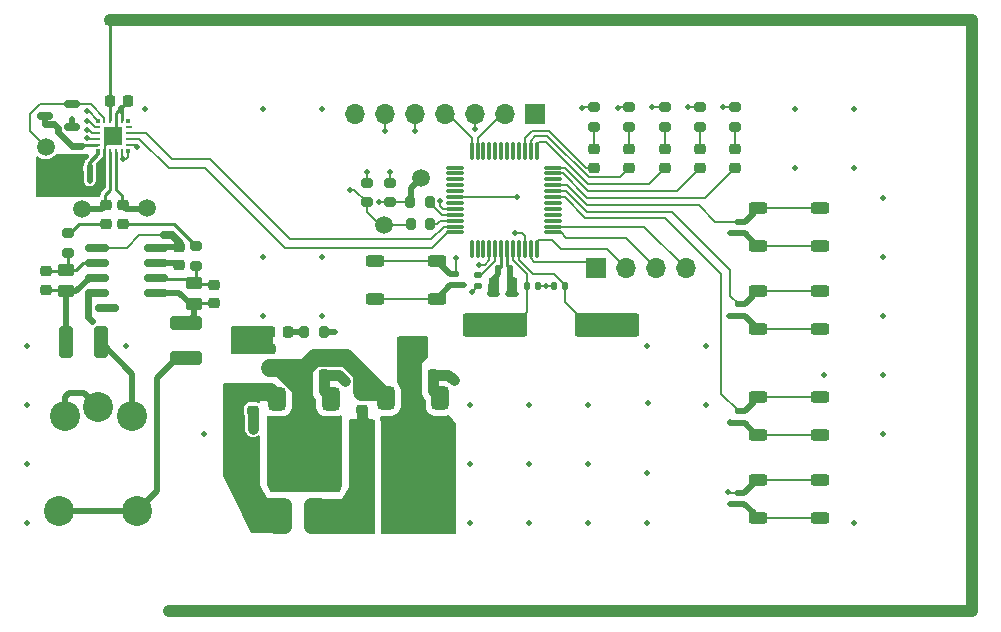
<source format=gtl>
G04 #@! TF.GenerationSoftware,KiCad,Pcbnew,9.0.0*
G04 #@! TF.CreationDate,2025-08-07T23:08:42-07:00*
G04 #@! TF.ProjectId,pocket_radio_v3,706f636b-6574-45f7-9261-64696f5f7633,rev?*
G04 #@! TF.SameCoordinates,Original*
G04 #@! TF.FileFunction,Copper,L1,Top*
G04 #@! TF.FilePolarity,Positive*
%FSLAX46Y46*%
G04 Gerber Fmt 4.6, Leading zero omitted, Abs format (unit mm)*
G04 Created by KiCad (PCBNEW 9.0.0) date 2025-08-07 23:08:42*
%MOMM*%
%LPD*%
G01*
G04 APERTURE LIST*
G04 Aperture macros list*
%AMRoundRect*
0 Rectangle with rounded corners*
0 $1 Rounding radius*
0 $2 $3 $4 $5 $6 $7 $8 $9 X,Y pos of 4 corners*
0 Add a 4 corners polygon primitive as box body*
4,1,4,$2,$3,$4,$5,$6,$7,$8,$9,$2,$3,0*
0 Add four circle primitives for the rounded corners*
1,1,$1+$1,$2,$3*
1,1,$1+$1,$4,$5*
1,1,$1+$1,$6,$7*
1,1,$1+$1,$8,$9*
0 Add four rect primitives between the rounded corners*
20,1,$1+$1,$2,$3,$4,$5,0*
20,1,$1+$1,$4,$5,$6,$7,0*
20,1,$1+$1,$6,$7,$8,$9,0*
20,1,$1+$1,$8,$9,$2,$3,0*%
G04 Aperture macros list end*
G04 #@! TA.AperFunction,EtchedComponent*
%ADD10C,1.000000*%
G04 #@! TD*
G04 #@! TA.AperFunction,SMDPad,CuDef*
%ADD11RoundRect,0.500000X-2.000000X-0.000010X2.000000X-0.000010X2.000000X0.000010X-2.000000X0.000010X0*%
G04 #@! TD*
G04 #@! TA.AperFunction,SMDPad,CuDef*
%ADD12RoundRect,0.200000X-0.200000X-0.275000X0.200000X-0.275000X0.200000X0.275000X-0.200000X0.275000X0*%
G04 #@! TD*
G04 #@! TA.AperFunction,SMDPad,CuDef*
%ADD13RoundRect,0.200000X0.275000X-0.200000X0.275000X0.200000X-0.275000X0.200000X-0.275000X-0.200000X0*%
G04 #@! TD*
G04 #@! TA.AperFunction,SMDPad,CuDef*
%ADD14RoundRect,0.140000X-0.170000X0.140000X-0.170000X-0.140000X0.170000X-0.140000X0.170000X0.140000X0*%
G04 #@! TD*
G04 #@! TA.AperFunction,ComponentPad*
%ADD15R,1.700000X1.700000*%
G04 #@! TD*
G04 #@! TA.AperFunction,ComponentPad*
%ADD16O,1.700000X1.700000*%
G04 #@! TD*
G04 #@! TA.AperFunction,SMDPad,CuDef*
%ADD17RoundRect,0.150000X0.825000X0.150000X-0.825000X0.150000X-0.825000X-0.150000X0.825000X-0.150000X0*%
G04 #@! TD*
G04 #@! TA.AperFunction,SMDPad,CuDef*
%ADD18RoundRect,0.250000X0.325000X1.100000X-0.325000X1.100000X-0.325000X-1.100000X0.325000X-1.100000X0*%
G04 #@! TD*
G04 #@! TA.AperFunction,SMDPad,CuDef*
%ADD19RoundRect,0.150000X0.512500X0.150000X-0.512500X0.150000X-0.512500X-0.150000X0.512500X-0.150000X0*%
G04 #@! TD*
G04 #@! TA.AperFunction,SMDPad,CuDef*
%ADD20RoundRect,0.200000X-0.275000X0.200000X-0.275000X-0.200000X0.275000X-0.200000X0.275000X0.200000X0*%
G04 #@! TD*
G04 #@! TA.AperFunction,SMDPad,CuDef*
%ADD21RoundRect,0.500000X-0.500000X-1.000000X0.500000X-1.000000X0.500000X1.000000X-0.500000X1.000000X0*%
G04 #@! TD*
G04 #@! TA.AperFunction,SMDPad,CuDef*
%ADD22RoundRect,0.300000X2.450000X0.700000X-2.450000X0.700000X-2.450000X-0.700000X2.450000X-0.700000X0*%
G04 #@! TD*
G04 #@! TA.AperFunction,SMDPad,CuDef*
%ADD23RoundRect,0.140000X-0.140000X-0.170000X0.140000X-0.170000X0.140000X0.170000X-0.140000X0.170000X0*%
G04 #@! TD*
G04 #@! TA.AperFunction,SMDPad,CuDef*
%ADD24RoundRect,0.250000X-0.525000X-0.250000X0.525000X-0.250000X0.525000X0.250000X-0.525000X0.250000X0*%
G04 #@! TD*
G04 #@! TA.AperFunction,SMDPad,CuDef*
%ADD25RoundRect,0.218750X-0.256250X0.218750X-0.256250X-0.218750X0.256250X-0.218750X0.256250X0.218750X0*%
G04 #@! TD*
G04 #@! TA.AperFunction,SMDPad,CuDef*
%ADD26RoundRect,0.250000X0.450000X-0.262500X0.450000X0.262500X-0.450000X0.262500X-0.450000X-0.262500X0*%
G04 #@! TD*
G04 #@! TA.AperFunction,SMDPad,CuDef*
%ADD27RoundRect,0.250000X0.525000X0.250000X-0.525000X0.250000X-0.525000X-0.250000X0.525000X-0.250000X0*%
G04 #@! TD*
G04 #@! TA.AperFunction,SMDPad,CuDef*
%ADD28R,0.340000X0.340000*%
G04 #@! TD*
G04 #@! TA.AperFunction,SMDPad,CuDef*
%ADD29R,0.280000X0.610000*%
G04 #@! TD*
G04 #@! TA.AperFunction,SMDPad,CuDef*
%ADD30R,0.610000X0.280000*%
G04 #@! TD*
G04 #@! TA.AperFunction,SMDPad,CuDef*
%ADD31R,1.600000X1.600000*%
G04 #@! TD*
G04 #@! TA.AperFunction,SMDPad,CuDef*
%ADD32RoundRect,0.250000X1.100000X-0.325000X1.100000X0.325000X-1.100000X0.325000X-1.100000X-0.325000X0*%
G04 #@! TD*
G04 #@! TA.AperFunction,SMDPad,CuDef*
%ADD33RoundRect,0.218750X0.256250X-0.218750X0.256250X0.218750X-0.256250X0.218750X-0.256250X-0.218750X0*%
G04 #@! TD*
G04 #@! TA.AperFunction,SMDPad,CuDef*
%ADD34RoundRect,0.225000X-0.250000X0.225000X-0.250000X-0.225000X0.250000X-0.225000X0.250000X0.225000X0*%
G04 #@! TD*
G04 #@! TA.AperFunction,SMDPad,CuDef*
%ADD35RoundRect,0.375000X-0.375000X0.625000X-0.375000X-0.625000X0.375000X-0.625000X0.375000X0.625000X0*%
G04 #@! TD*
G04 #@! TA.AperFunction,SMDPad,CuDef*
%ADD36RoundRect,0.500000X-1.400000X0.500000X-1.400000X-0.500000X1.400000X-0.500000X1.400000X0.500000X0*%
G04 #@! TD*
G04 #@! TA.AperFunction,SMDPad,CuDef*
%ADD37RoundRect,0.225000X-0.225000X-0.250000X0.225000X-0.250000X0.225000X0.250000X-0.225000X0.250000X0*%
G04 #@! TD*
G04 #@! TA.AperFunction,SMDPad,CuDef*
%ADD38RoundRect,0.225000X0.250000X-0.225000X0.250000X0.225000X-0.250000X0.225000X-0.250000X-0.225000X0*%
G04 #@! TD*
G04 #@! TA.AperFunction,SMDPad,CuDef*
%ADD39RoundRect,0.218750X-0.218750X-0.256250X0.218750X-0.256250X0.218750X0.256250X-0.218750X0.256250X0*%
G04 #@! TD*
G04 #@! TA.AperFunction,SMDPad,CuDef*
%ADD40C,1.500000*%
G04 #@! TD*
G04 #@! TA.AperFunction,ComponentPad*
%ADD41C,2.540000*%
G04 #@! TD*
G04 #@! TA.AperFunction,SMDPad,CuDef*
%ADD42RoundRect,0.140000X0.140000X0.170000X-0.140000X0.170000X-0.140000X-0.170000X0.140000X-0.170000X0*%
G04 #@! TD*
G04 #@! TA.AperFunction,SMDPad,CuDef*
%ADD43RoundRect,0.200000X0.200000X0.275000X-0.200000X0.275000X-0.200000X-0.275000X0.200000X-0.275000X0*%
G04 #@! TD*
G04 #@! TA.AperFunction,ComponentPad*
%ADD44C,1.500000*%
G04 #@! TD*
G04 #@! TA.AperFunction,SMDPad,CuDef*
%ADD45RoundRect,0.075000X0.075000X-0.662500X0.075000X0.662500X-0.075000X0.662500X-0.075000X-0.662500X0*%
G04 #@! TD*
G04 #@! TA.AperFunction,SMDPad,CuDef*
%ADD46RoundRect,0.075000X0.662500X-0.075000X0.662500X0.075000X-0.662500X0.075000X-0.662500X-0.075000X0*%
G04 #@! TD*
G04 #@! TA.AperFunction,ViaPad*
%ADD47C,0.500000*%
G04 #@! TD*
G04 #@! TA.AperFunction,Conductor*
%ADD48C,0.203200*%
G04 #@! TD*
G04 #@! TA.AperFunction,Conductor*
%ADD49C,0.280000*%
G04 #@! TD*
G04 #@! TA.AperFunction,Conductor*
%ADD50C,0.500000*%
G04 #@! TD*
G04 #@! TA.AperFunction,Conductor*
%ADD51C,0.600000*%
G04 #@! TD*
G04 #@! TA.AperFunction,Conductor*
%ADD52C,0.508000*%
G04 #@! TD*
G04 #@! TA.AperFunction,Conductor*
%ADD53C,0.340000*%
G04 #@! TD*
G04 #@! TA.AperFunction,Conductor*
%ADD54C,0.900000*%
G04 #@! TD*
G04 #@! TA.AperFunction,Conductor*
%ADD55C,0.295000*%
G04 #@! TD*
G04 #@! TA.AperFunction,Conductor*
%ADD56C,0.200000*%
G04 #@! TD*
G04 #@! TA.AperFunction,Conductor*
%ADD57C,0.279400*%
G04 #@! TD*
G04 #@! TA.AperFunction,Conductor*
%ADD58C,0.700000*%
G04 #@! TD*
G04 #@! TA.AperFunction,Conductor*
%ADD59C,1.500000*%
G04 #@! TD*
G04 APERTURE END LIST*
D10*
X113500000Y-67468095D02*
X182500000Y-67468095D01*
X182500000Y-67468095D02*
X182500000Y-117468095D01*
X182500000Y-117468095D02*
X114500000Y-117468095D01*
D11*
X111500000Y-67468095D03*
D12*
X135000000Y-84693095D03*
X136650000Y-84693095D03*
D13*
X106020000Y-87118095D03*
X106020000Y-85468095D03*
D14*
X162800000Y-107438095D03*
X162800000Y-108398095D03*
D15*
X145500000Y-75368095D03*
D16*
X142960000Y-75368095D03*
X140420000Y-75368095D03*
X137880000Y-75368095D03*
X135340000Y-75368095D03*
X132800000Y-75368095D03*
X130260000Y-75368095D03*
D17*
X113400000Y-90508095D03*
X113400000Y-89238095D03*
X113400000Y-87968095D03*
X113400000Y-86698095D03*
X108450000Y-86698095D03*
X108450000Y-87968095D03*
X108450000Y-89238095D03*
X108450000Y-90508095D03*
D18*
X108750000Y-94718095D03*
X105800000Y-94718095D03*
D14*
X162800000Y-100563095D03*
X162800000Y-101523095D03*
D19*
X106300000Y-76468095D03*
X106300000Y-74568095D03*
X104025000Y-75518095D03*
D20*
X159500000Y-74818095D03*
X159500000Y-76468095D03*
D21*
X123975000Y-109393095D03*
X126975000Y-109393095D03*
D22*
X151600000Y-93218095D03*
X142100000Y-93218095D03*
D23*
X147120000Y-89968095D03*
X148080000Y-89968095D03*
D13*
X116850000Y-88218095D03*
X116850000Y-86568095D03*
D24*
X164375000Y-106368095D03*
X169625000Y-106368095D03*
X164375000Y-109568095D03*
X169625000Y-109568095D03*
D15*
X150660000Y-88418095D03*
D16*
X153200000Y-88418095D03*
X155740000Y-88418095D03*
X158280000Y-88418095D03*
D25*
X162500000Y-78355595D03*
X162500000Y-79930595D03*
D26*
X116625000Y-91480595D03*
X116625000Y-89655595D03*
D27*
X137194811Y-91007826D03*
X131944811Y-91007826D03*
X137194811Y-87807826D03*
X131944811Y-87807826D03*
D13*
X131300000Y-82868095D03*
X131300000Y-81218095D03*
D26*
X105795000Y-90380595D03*
X105795000Y-88555595D03*
D28*
X111080000Y-75998095D03*
D29*
X110560000Y-75918095D03*
X110060000Y-75918095D03*
X109560000Y-75918095D03*
X109060000Y-75918095D03*
D28*
X108540000Y-75998095D03*
D30*
X108460000Y-76518095D03*
X108460000Y-77018095D03*
X108460000Y-77518095D03*
X108460000Y-78018095D03*
D28*
X108540000Y-78538095D03*
D29*
X109060000Y-78618095D03*
X109560000Y-78618095D03*
X110060000Y-78618095D03*
X110560000Y-78618095D03*
D28*
X111080000Y-78538095D03*
D30*
X111160000Y-78018095D03*
X111160000Y-77518095D03*
X111160000Y-77018095D03*
X111160000Y-76518095D03*
D31*
X109810000Y-77268095D03*
D20*
X156500000Y-74818095D03*
X156500000Y-76468095D03*
D25*
X159500000Y-78355595D03*
X159500000Y-79930595D03*
D32*
X116000000Y-96068095D03*
X116000000Y-93118095D03*
D20*
X162500000Y-74818095D03*
X162500000Y-76468095D03*
D25*
X153500000Y-78355595D03*
X153500000Y-79930595D03*
D14*
X140675000Y-89018095D03*
X140675000Y-89978095D03*
D33*
X123075000Y-96893095D03*
X123075000Y-95318095D03*
D34*
X130861633Y-98908240D03*
X130861633Y-100458240D03*
D35*
X137511633Y-99458240D03*
X135211633Y-99458240D03*
D36*
X135211633Y-105758240D03*
D35*
X132911633Y-99458240D03*
D37*
X142025000Y-89693095D03*
X143575000Y-89693095D03*
D38*
X110644782Y-84669224D03*
X110644782Y-83119224D03*
X104095000Y-90255595D03*
X104095000Y-88705595D03*
D14*
X162800000Y-91508095D03*
X162800000Y-92468095D03*
D24*
X164375000Y-99368095D03*
X169625000Y-99368095D03*
X164375000Y-102568095D03*
X169625000Y-102568095D03*
D34*
X121650000Y-98943095D03*
X121650000Y-100493095D03*
D39*
X109525000Y-74268095D03*
X111100000Y-74268095D03*
D20*
X150500000Y-74818095D03*
X150500000Y-76468095D03*
D38*
X118350000Y-91393095D03*
X118350000Y-89843095D03*
D14*
X138744811Y-88902826D03*
X138744811Y-89862826D03*
D24*
X164375000Y-83343095D03*
X169625000Y-83343095D03*
X164375000Y-86543095D03*
X169625000Y-86543095D03*
D23*
X142420000Y-88493095D03*
X143380000Y-88493095D03*
D14*
X162800000Y-84493095D03*
X162800000Y-85453095D03*
D40*
X132750000Y-84818095D03*
D25*
X150500000Y-78355595D03*
X150500000Y-79930595D03*
D24*
X164375000Y-90368095D03*
X169625000Y-90368095D03*
X164375000Y-93568095D03*
X169625000Y-93568095D03*
D25*
X156500000Y-78355595D03*
X156500000Y-79930595D03*
D41*
X108550000Y-100193095D03*
X105700000Y-100993095D03*
X111400000Y-100993095D03*
X105250000Y-108993095D03*
X111850000Y-108993095D03*
D13*
X133250000Y-82868095D03*
X133250000Y-81218095D03*
D42*
X145805000Y-89968095D03*
X144845000Y-89968095D03*
D40*
X107175000Y-83443095D03*
D37*
X135311633Y-97458240D03*
X136861633Y-97458240D03*
X126100000Y-97468095D03*
X127650000Y-97468095D03*
D40*
X112650000Y-83368095D03*
D14*
X107130000Y-78108095D03*
X107130000Y-79068095D03*
D40*
X135850000Y-80843095D03*
D23*
X107650000Y-91793095D03*
X108610000Y-91793095D03*
D35*
X128275000Y-99493095D03*
X125975000Y-99493095D03*
D36*
X125975000Y-105793095D03*
D35*
X123675000Y-99493095D03*
D42*
X108785000Y-79968095D03*
X107825000Y-79968095D03*
D43*
X127625000Y-93843095D03*
X125975000Y-93843095D03*
D12*
X134975000Y-82818095D03*
X136625000Y-82818095D03*
D44*
X104100000Y-78193095D03*
X104100000Y-80733095D03*
D38*
X115350000Y-88168095D03*
X115350000Y-86618095D03*
D20*
X153500000Y-74818095D03*
X153500000Y-76468095D03*
D45*
X140162500Y-86830595D03*
X140662500Y-86830595D03*
X141162500Y-86830595D03*
X141662500Y-86830595D03*
X142162500Y-86830595D03*
X142662500Y-86830595D03*
X143162500Y-86830595D03*
X143662500Y-86830595D03*
X144162500Y-86830595D03*
X144662500Y-86830595D03*
X145162500Y-86830595D03*
X145662500Y-86830595D03*
D46*
X147075000Y-85418095D03*
X147075000Y-84918095D03*
X147075000Y-84418095D03*
X147075000Y-83918095D03*
X147075000Y-83418095D03*
X147075000Y-82918095D03*
X147075000Y-82418095D03*
X147075000Y-81918095D03*
X147075000Y-81418095D03*
X147075000Y-80918095D03*
X147075000Y-80418095D03*
X147075000Y-79918095D03*
D45*
X145662500Y-78505595D03*
X145162500Y-78505595D03*
X144662500Y-78505595D03*
X144162500Y-78505595D03*
X143662500Y-78505595D03*
X143162500Y-78505595D03*
X142662500Y-78505595D03*
X142162500Y-78505595D03*
X141662500Y-78505595D03*
X141162500Y-78505595D03*
X140662500Y-78505595D03*
X140162500Y-78505595D03*
D46*
X138750000Y-79918095D03*
X138750000Y-80418095D03*
X138750000Y-80918095D03*
X138750000Y-81418095D03*
X138750000Y-81918095D03*
X138750000Y-82418095D03*
X138750000Y-82918095D03*
X138750000Y-83418095D03*
X138750000Y-83918095D03*
X138750000Y-84418095D03*
X138750000Y-84918095D03*
X138750000Y-85418095D03*
D38*
X109169782Y-84669224D03*
X109169782Y-83119224D03*
D37*
X123050000Y-93843095D03*
X124600000Y-93843095D03*
D47*
X172500000Y-80000000D03*
X167500000Y-80000000D03*
X170000000Y-97500000D03*
X160000000Y-100000000D03*
X160000000Y-95000000D03*
X155000000Y-95000000D03*
X155050000Y-105743095D03*
X150000000Y-100000000D03*
X145000000Y-100000000D03*
X140000000Y-100000000D03*
X140000000Y-105000000D03*
X145000000Y-105000000D03*
X150000000Y-105000000D03*
X110925000Y-95000000D03*
X122500000Y-92500000D03*
X127500000Y-92500000D03*
X127500000Y-87500000D03*
X122500000Y-87500000D03*
X112500000Y-75000000D03*
X122500000Y-75000000D03*
X127500000Y-75000000D03*
X167500000Y-75000000D03*
X172500000Y-75000000D03*
X175000000Y-82500000D03*
X175000000Y-87500000D03*
X175000000Y-92500000D03*
X175000000Y-97500000D03*
X175000000Y-102500000D03*
X172500000Y-110000000D03*
X155130993Y-99869007D03*
X155000000Y-110000000D03*
X150000000Y-110000000D03*
X145000000Y-110000000D03*
X140000000Y-110000000D03*
X117500000Y-102500000D03*
X102500000Y-110000000D03*
X102500000Y-105000000D03*
X102500000Y-100000000D03*
X102500000Y-95000000D03*
X161450000Y-74820623D03*
X158475000Y-74820623D03*
X155475000Y-74820623D03*
X152525000Y-74845623D03*
X149525000Y-74845623D03*
X108076000Y-92969095D03*
X107825000Y-81018095D03*
X120500000Y-95018095D03*
X107650000Y-92543095D03*
X121500000Y-94018095D03*
X121500000Y-95018095D03*
X120500000Y-94018095D03*
X128775000Y-97468095D03*
X143900000Y-90618095D03*
X109975000Y-91793095D03*
X110660000Y-79228095D03*
X162000000Y-101493095D03*
X106070000Y-98988095D03*
X129350000Y-108475000D03*
X138700000Y-97943095D03*
X138000000Y-97443095D03*
X106290000Y-75818095D03*
X106275000Y-81718095D03*
X135350000Y-76843095D03*
X129475000Y-97968095D03*
X140425000Y-76643095D03*
X114130000Y-85643095D03*
X130325000Y-108475000D03*
X106980000Y-98988095D03*
X130350000Y-109475000D03*
X108800000Y-80919695D03*
X131350000Y-109475000D03*
X105250000Y-80968095D03*
X128575000Y-93843095D03*
X162000000Y-85468095D03*
X140175000Y-90478095D03*
X143275000Y-90618095D03*
X105250000Y-81718095D03*
X139530269Y-89862826D03*
X162025000Y-108393095D03*
X132800000Y-76843095D03*
X106475000Y-79068095D03*
X131250000Y-101593095D03*
X109330000Y-91793095D03*
X130600000Y-101593095D03*
X114775000Y-85643095D03*
X131350000Y-108475000D03*
X129350000Y-110475000D03*
X146450000Y-89968095D03*
X130350000Y-110475000D03*
X121650000Y-102018095D03*
X110500000Y-74838895D03*
X129350000Y-109475000D03*
X161975000Y-92468095D03*
X131350000Y-110475000D03*
X121650000Y-101393095D03*
X106250000Y-80993095D03*
X108809000Y-81520623D03*
X141725000Y-90618095D03*
X104000000Y-76268095D03*
X134675000Y-95893095D03*
X104800000Y-76268095D03*
X131300000Y-80318095D03*
X134675000Y-94893095D03*
X140800000Y-88143095D03*
X135675000Y-95893095D03*
X142325000Y-90618095D03*
X133250000Y-80318095D03*
X135675000Y-94893095D03*
X138825000Y-87568095D03*
X143825000Y-85468095D03*
X107616889Y-77420623D03*
X111805000Y-78143095D03*
X132350000Y-82843095D03*
X107600000Y-76020623D03*
X129900000Y-81830695D03*
X107600000Y-76720623D03*
X144000000Y-82418095D03*
X161900000Y-107418095D03*
X107630000Y-75138095D03*
X137525000Y-82793095D03*
D48*
X159500000Y-74818095D02*
X158477528Y-74818095D01*
X158477528Y-74818095D02*
X158475000Y-74820623D01*
X161452528Y-74818095D02*
X161450000Y-74820623D01*
X162500000Y-74818095D02*
X161452528Y-74818095D01*
X162500000Y-78355595D02*
X162500000Y-76468095D01*
X159500000Y-78355595D02*
X159500000Y-76468095D01*
X155477528Y-74818095D02*
X155475000Y-74820623D01*
X156500000Y-74818095D02*
X155477528Y-74818095D01*
X156500000Y-78355595D02*
X156500000Y-76468095D01*
X152552528Y-74818095D02*
X152525000Y-74845623D01*
X153500000Y-74818095D02*
X152552528Y-74818095D01*
X153500000Y-78355595D02*
X153500000Y-76468095D01*
X149552528Y-74818095D02*
X149525000Y-74845623D01*
X150500000Y-74818095D02*
X149552528Y-74818095D01*
X150500000Y-78355595D02*
X150500000Y-76468095D01*
D49*
X110400000Y-75145623D02*
X110550000Y-75295623D01*
X110222472Y-75145623D02*
X110400000Y-75145623D01*
X110211236Y-75156859D02*
X110222472Y-75145623D01*
X110560000Y-75195623D02*
X110560000Y-75320623D01*
X110560000Y-75918095D02*
X110560000Y-75195623D01*
X110211236Y-75156859D02*
X111100000Y-74268095D01*
X110560000Y-75195623D02*
X110560000Y-74898895D01*
X110060000Y-75308095D02*
X110211236Y-75156859D01*
X110560000Y-74898895D02*
X110500000Y-74838895D01*
D48*
X114497472Y-79993095D02*
X112022472Y-77518095D01*
X117625000Y-79993095D02*
X114497472Y-79993095D01*
X124400000Y-86768095D02*
X117625000Y-79993095D01*
X136825000Y-86768095D02*
X124400000Y-86768095D01*
X138175000Y-85418095D02*
X136825000Y-86768095D01*
X138750000Y-85418095D02*
X138175000Y-85418095D01*
X112022472Y-77518095D02*
X111160000Y-77518095D01*
X124800000Y-85993095D02*
X136750000Y-85993095D01*
X114800000Y-79193095D02*
X118000000Y-79193095D01*
X112627528Y-77020623D02*
X114800000Y-79193095D01*
X111162528Y-77020623D02*
X112627528Y-77020623D01*
X136750000Y-85993095D02*
X137825000Y-84918095D01*
X137825000Y-84918095D02*
X138750000Y-84918095D01*
X111160000Y-77018095D02*
X111162528Y-77020623D01*
X118000000Y-79193095D02*
X124800000Y-85993095D01*
X108275000Y-76518095D02*
X108460000Y-76518095D01*
X107777528Y-76020623D02*
X108275000Y-76518095D01*
X107600000Y-76020623D02*
X107777528Y-76020623D01*
X107995856Y-77018095D02*
X108460000Y-77018095D01*
X107700000Y-76720623D02*
X107845784Y-76866407D01*
X107845784Y-76866407D02*
X107845784Y-76868023D01*
X107600000Y-76720623D02*
X107700000Y-76720623D01*
X107845784Y-76868023D02*
X107995856Y-77018095D01*
X107681589Y-77518095D02*
X108460000Y-77518095D01*
X107616889Y-77453395D02*
X107681589Y-77518095D01*
X107616889Y-77420623D02*
X107616889Y-77453395D01*
D50*
X108809000Y-79992095D02*
X108785000Y-79968095D01*
X108809000Y-81520623D02*
X108809000Y-79992095D01*
D51*
X107650000Y-92543095D02*
X108040499Y-92933594D01*
D48*
X153215000Y-85893095D02*
X155740000Y-88418095D01*
X148175000Y-85893095D02*
X153215000Y-85893095D01*
X147700000Y-85418095D02*
X148175000Y-85893095D01*
X147075000Y-85418095D02*
X147700000Y-85418095D01*
X154780000Y-84918095D02*
X158280000Y-88418095D01*
X147075000Y-84918095D02*
X154780000Y-84918095D01*
X161300000Y-99093095D02*
X162770000Y-100563095D01*
X156575000Y-84168095D02*
X161300000Y-88893095D01*
X149800000Y-84168095D02*
X156575000Y-84168095D01*
X161300000Y-88893095D02*
X161300000Y-99093095D01*
X148050000Y-82418095D02*
X149800000Y-84168095D01*
X147075000Y-82418095D02*
X148050000Y-82418095D01*
D52*
X113500000Y-97768095D02*
X113500000Y-107343095D01*
X115200000Y-96068095D02*
X113500000Y-97768095D01*
X116000000Y-96068095D02*
X115200000Y-96068095D01*
X113500000Y-107343095D02*
X111850000Y-108993095D01*
D49*
X109525000Y-74268095D02*
X109560000Y-74303095D01*
X109525000Y-74268095D02*
X109525000Y-67693095D01*
X109525000Y-67693095D02*
X109750000Y-67468095D01*
X109750000Y-67468095D02*
X111500000Y-67468095D01*
X109560000Y-74303095D02*
X109560000Y-75918095D01*
D50*
X124600000Y-93843095D02*
X125975000Y-93843095D01*
X123050000Y-95293095D02*
X123050000Y-93843095D01*
D53*
X107825000Y-79518095D02*
X108540000Y-78803095D01*
D51*
X107900000Y-90508095D02*
X108450000Y-90508095D01*
X107650000Y-90758095D02*
X107900000Y-90508095D01*
D53*
X108540000Y-78803095D02*
X108540000Y-78538095D01*
D50*
X123075000Y-95318095D02*
X123050000Y-95293095D01*
D53*
X107825000Y-79968095D02*
X107825000Y-79518095D01*
D50*
X107825000Y-81018095D02*
X107825000Y-79968095D01*
D51*
X107650000Y-92543095D02*
X107650000Y-90758095D01*
D54*
X138685633Y-97935042D02*
X138685633Y-97943095D01*
D49*
X110060000Y-75918095D02*
X110060000Y-77018095D01*
D50*
X106290000Y-75818095D02*
X106300000Y-75828095D01*
X163255000Y-108398095D02*
X164050000Y-109193095D01*
X143275000Y-90618095D02*
X143900000Y-90618095D01*
D48*
X132800000Y-76843095D02*
X132800000Y-75368095D01*
D55*
X143380000Y-88493095D02*
X143158500Y-88271595D01*
D50*
X164050000Y-93230595D02*
X164050000Y-93568095D01*
X162015000Y-85453095D02*
X162800000Y-85453095D01*
X137210269Y-91007826D02*
X138355269Y-89862826D01*
D56*
X109100000Y-78108095D02*
X109810000Y-77398095D01*
D49*
X110060000Y-77018095D02*
X109810000Y-77268095D01*
D48*
X135350000Y-75378095D02*
X135340000Y-75368095D01*
D50*
X128575000Y-93843095D02*
X127625000Y-93843095D01*
X143380000Y-89498095D02*
X143380000Y-88493095D01*
X107130000Y-79068095D02*
X106475000Y-79068095D01*
D54*
X121650000Y-101393095D02*
X121650000Y-102018095D01*
D52*
X106070000Y-98988095D02*
X107345000Y-98988095D01*
D50*
X143275000Y-90593095D02*
X143375000Y-90493095D01*
D54*
X138000000Y-97443095D02*
X137984855Y-97458240D01*
D50*
X162800000Y-101523095D02*
X163280000Y-101523095D01*
D48*
X164050000Y-109568095D02*
X164375000Y-109568095D01*
X146450000Y-89968095D02*
X147120000Y-89968095D01*
D50*
X138355269Y-89862826D02*
X138744811Y-89862826D01*
D56*
X109060000Y-78618095D02*
X109100000Y-78578095D01*
D48*
X164375000Y-86543095D02*
X169625000Y-86543095D01*
D50*
X161975000Y-92468095D02*
X162800000Y-92468095D01*
D48*
X110970000Y-86698095D02*
X112020000Y-85648095D01*
X105250000Y-80968095D02*
X105015000Y-80733095D01*
D50*
X143825000Y-90618095D02*
X143775000Y-90568095D01*
D55*
X143158500Y-88271595D02*
X143158500Y-87673093D01*
D54*
X138000000Y-97443095D02*
X138193686Y-97443095D01*
X130861633Y-101204728D02*
X130861633Y-100458240D01*
D50*
X162800000Y-85453095D02*
X163285000Y-85453095D01*
X162030000Y-101523095D02*
X162800000Y-101523095D01*
D48*
X146450000Y-89968095D02*
X145805000Y-89968095D01*
D50*
X143375000Y-90493095D02*
X143375000Y-89918095D01*
X143775000Y-90568095D02*
X143775000Y-89893095D01*
D57*
X109016538Y-79048795D02*
X109016539Y-79048795D01*
D50*
X164025000Y-102268095D02*
X164025000Y-102568095D01*
D56*
X109100000Y-78578095D02*
X109100000Y-78108095D01*
D48*
X140175000Y-90478095D02*
X140675000Y-89978095D01*
D57*
X109016539Y-79048795D02*
X108775000Y-79290333D01*
D50*
X137194811Y-91007826D02*
X137210269Y-91007826D01*
D57*
X109060000Y-79005335D02*
X109016540Y-79048795D01*
D54*
X131250000Y-101593095D02*
X130600000Y-101593095D01*
D55*
X143161000Y-86832095D02*
X143162500Y-86830595D01*
D48*
X105015000Y-80733095D02*
X104100000Y-80733095D01*
D52*
X105700000Y-99358095D02*
X105700000Y-100993095D01*
D48*
X112020000Y-85648095D02*
X114125000Y-85648095D01*
D57*
X108775000Y-79290333D02*
X108775000Y-79958095D01*
X108775000Y-79958095D02*
X108785000Y-79968095D01*
D58*
X115350000Y-86618095D02*
X115350000Y-86218095D01*
D50*
X163285000Y-85453095D02*
X164025000Y-86193095D01*
D48*
X110880000Y-79238095D02*
X111080000Y-79038095D01*
D49*
X110060000Y-75918095D02*
X110060000Y-75308095D01*
D48*
X164050000Y-93568095D02*
X164375000Y-93568095D01*
D57*
X109060000Y-78618095D02*
X109060000Y-79005335D01*
D50*
X143375000Y-89918095D02*
X143575000Y-89718095D01*
D48*
X111080000Y-79038095D02*
X111080000Y-78538095D01*
X131944811Y-91007826D02*
X137194811Y-91007826D01*
X140425000Y-76643095D02*
X140425000Y-75373095D01*
D56*
X109810000Y-77398095D02*
X109810000Y-77268095D01*
D50*
X162800000Y-108398095D02*
X163255000Y-108398095D01*
X115350000Y-86618095D02*
X115280000Y-86688095D01*
X162800000Y-92468095D02*
X163287500Y-92468095D01*
D48*
X164375000Y-93568095D02*
X169625000Y-93568095D01*
D50*
X143275000Y-90618095D02*
X143275000Y-90593095D01*
X106300000Y-75828095D02*
X106300000Y-76468095D01*
D48*
X110660000Y-79228095D02*
X110670000Y-79238095D01*
X164025000Y-102568095D02*
X164375000Y-102568095D01*
D50*
X162025000Y-108393095D02*
X162030000Y-108398095D01*
D54*
X136861633Y-97458240D02*
X136861633Y-98808240D01*
D50*
X143575000Y-89693095D02*
X143380000Y-89498095D01*
D58*
X109975000Y-91793095D02*
X108610000Y-91793095D01*
D48*
X110670000Y-79238095D02*
X110880000Y-79238095D01*
D54*
X129460633Y-97960042D02*
X129460633Y-97968095D01*
D55*
X143158500Y-87673093D02*
X143161000Y-87670593D01*
D50*
X162030000Y-108398095D02*
X162800000Y-108398095D01*
D54*
X138193686Y-97443095D02*
X138685633Y-97935042D01*
D48*
X164375000Y-109568095D02*
X169625000Y-109568095D01*
D54*
X131250000Y-101593095D02*
X130861633Y-101204728D01*
D50*
X162000000Y-85468095D02*
X162015000Y-85453095D01*
X113410000Y-86688095D02*
X113400000Y-86698095D01*
D54*
X128775000Y-97468095D02*
X128968686Y-97468095D01*
D57*
X109016540Y-79048795D02*
X109016538Y-79048795D01*
D54*
X128775000Y-97468095D02*
X127650000Y-97468095D01*
D48*
X108450000Y-86698095D02*
X110970000Y-86698095D01*
X114125000Y-85648095D02*
X114130000Y-85643095D01*
D54*
X128968686Y-97468095D02*
X129460633Y-97960042D01*
D52*
X106070000Y-98988095D02*
X105700000Y-99358095D01*
D48*
X110570000Y-79228095D02*
X110560000Y-79218095D01*
D54*
X136861633Y-98808240D02*
X137511633Y-99458240D01*
D58*
X115350000Y-86218095D02*
X114775000Y-85643095D01*
D55*
X143161000Y-87670593D02*
X143161000Y-86832095D01*
D48*
X164375000Y-102568095D02*
X169625000Y-102568095D01*
D54*
X136890145Y-97458240D02*
X136875000Y-97443095D01*
D48*
X110660000Y-79228095D02*
X110570000Y-79228095D01*
D54*
X127650000Y-97468095D02*
X127650000Y-98868095D01*
X127650000Y-98868095D02*
X128275000Y-99493095D01*
D50*
X163287500Y-92468095D02*
X164050000Y-93230595D01*
X143775000Y-89893095D02*
X143575000Y-89693095D01*
X143575000Y-89718095D02*
X143575000Y-89693095D01*
D54*
X130600000Y-101593095D02*
X130861633Y-101331462D01*
D48*
X140425000Y-75373095D02*
X140420000Y-75368095D01*
X135350000Y-76843095D02*
X135350000Y-75378095D01*
D50*
X163280000Y-101523095D02*
X164025000Y-102268095D01*
D58*
X114775000Y-85643095D02*
X114130000Y-85643095D01*
D50*
X143900000Y-90618095D02*
X143825000Y-90618095D01*
D54*
X130861633Y-101331462D02*
X130861633Y-100458240D01*
X137984855Y-97458240D02*
X136890145Y-97458240D01*
D50*
X162000000Y-101493095D02*
X162030000Y-101523095D01*
X164050000Y-109193095D02*
X164050000Y-109568095D01*
D48*
X164025000Y-86543095D02*
X164375000Y-86543095D01*
D50*
X139530269Y-89862826D02*
X138744811Y-89862826D01*
D54*
X121650000Y-100493095D02*
X121650000Y-101393095D01*
D48*
X110560000Y-79218095D02*
X110560000Y-78618095D01*
D50*
X164025000Y-86193095D02*
X164025000Y-86543095D01*
X115280000Y-86688095D02*
X113410000Y-86688095D01*
D52*
X107345000Y-98988095D02*
X108550000Y-100193095D01*
D59*
X123125000Y-98943095D02*
X123675000Y-99493095D01*
X121650000Y-98943095D02*
X123125000Y-98943095D01*
X126931650Y-96042095D02*
X129524000Y-96042095D01*
X123950000Y-96893095D02*
X123075000Y-96893095D01*
X129524000Y-96042095D02*
X130861633Y-97379728D01*
X125975000Y-99493095D02*
X125975000Y-98918095D01*
X125869350Y-96893095D02*
X125975000Y-96998745D01*
X132911633Y-99429728D02*
X130890145Y-97408240D01*
X123075000Y-96893095D02*
X125869350Y-96893095D01*
X125975000Y-99493095D02*
X125975000Y-96998745D01*
X132911633Y-99458240D02*
X132911633Y-99429728D01*
X130861633Y-98908240D02*
X132361633Y-98908240D01*
X130861633Y-97379728D02*
X130861633Y-98908240D01*
X132361633Y-98908240D02*
X132911633Y-99458240D01*
X130890145Y-97408240D02*
X130861633Y-97408240D01*
X125975000Y-96998745D02*
X126931650Y-96042095D01*
X125975000Y-98918095D02*
X123950000Y-96893095D01*
D48*
X133250000Y-80318095D02*
X133250000Y-81218095D01*
D51*
X105136500Y-76604595D02*
X104800000Y-76268095D01*
D50*
X141825000Y-89893095D02*
X142025000Y-89693095D01*
X104000000Y-75543095D02*
X104025000Y-75518095D01*
D55*
X142662500Y-87830595D02*
X142662500Y-87467643D01*
D50*
X104000000Y-76268095D02*
X104000000Y-75543095D01*
D48*
X141253374Y-88143095D02*
X141662500Y-87733969D01*
D50*
X141725000Y-90618095D02*
X141725000Y-90593095D01*
D48*
X140800000Y-88143095D02*
X141253374Y-88143095D01*
D50*
X141725000Y-90593095D02*
X141825000Y-90493095D01*
D55*
X142450000Y-88493095D02*
X142662500Y-88280595D01*
D51*
X104800000Y-76268095D02*
X104000000Y-76268095D01*
D50*
X142425000Y-88498095D02*
X142420000Y-88493095D01*
D55*
X142662500Y-87878543D02*
X142662500Y-87830595D01*
D50*
X141725000Y-90618095D02*
X142325000Y-90618095D01*
D51*
X106352690Y-78108095D02*
X105136500Y-76891905D01*
D48*
X141662500Y-87733969D02*
X141662500Y-86830595D01*
D55*
X142662500Y-88066145D02*
X142662500Y-87878543D01*
D51*
X107130000Y-78108095D02*
X106352690Y-78108095D01*
D55*
X142662500Y-88280595D02*
X142662500Y-88066145D01*
D50*
X142025000Y-89743095D02*
X142225000Y-89943095D01*
X142025000Y-89318095D02*
X142425000Y-88918095D01*
D48*
X131300000Y-80318095D02*
X131300000Y-81218095D01*
D55*
X142420000Y-88493095D02*
X142450000Y-88493095D01*
D59*
X135211633Y-99458240D02*
X135211633Y-97558240D01*
D57*
X107220000Y-78018095D02*
X107130000Y-78108095D01*
X108460000Y-78018095D02*
X107220000Y-78018095D01*
D55*
X142662500Y-87467643D02*
X142662500Y-86830595D01*
D50*
X141825000Y-90493095D02*
X141825000Y-89893095D01*
X142225000Y-89943095D02*
X142225000Y-90518095D01*
D51*
X105136500Y-76891905D02*
X105136500Y-76604595D01*
D50*
X142025000Y-89693095D02*
X142025000Y-89743095D01*
X142225000Y-90518095D02*
X142325000Y-90618095D01*
X142425000Y-88918095D02*
X142425000Y-88498095D01*
X142025000Y-89693095D02*
X142025000Y-89318095D01*
D48*
X138825000Y-87568095D02*
X138825000Y-88822637D01*
X144400000Y-85468095D02*
X144662500Y-85730595D01*
X138825000Y-88822637D02*
X138744811Y-88902826D01*
D50*
X138334731Y-88902826D02*
X138744811Y-88902826D01*
X137194811Y-87807826D02*
X137239731Y-87807826D01*
X137239731Y-87807826D02*
X138334731Y-88902826D01*
D48*
X144662500Y-85730595D02*
X144662500Y-86830595D01*
X131944811Y-87807826D02*
X137194811Y-87807826D01*
X143825000Y-85468095D02*
X144400000Y-85468095D01*
D52*
X113400000Y-90508095D02*
X115415000Y-90508095D01*
X116387500Y-91480595D02*
X116625000Y-91480595D01*
D57*
X118325000Y-91368095D02*
X116737500Y-91368095D01*
X116737500Y-91368095D02*
X116625000Y-91480595D01*
X118350000Y-91393095D02*
X118325000Y-91368095D01*
D52*
X115415000Y-90508095D02*
X116387500Y-91480595D01*
X116625000Y-91480595D02*
X116625000Y-92493095D01*
X116625000Y-92493095D02*
X116000000Y-93118095D01*
D48*
X142162500Y-86830595D02*
X142162500Y-87805595D01*
X142162500Y-87805595D02*
X140950000Y-89018095D01*
X140950000Y-89018095D02*
X140675000Y-89018095D01*
D57*
X109120000Y-83069442D02*
X109169782Y-83119224D01*
D50*
X109169782Y-83119224D02*
X108845911Y-83443095D01*
D57*
X109560000Y-78618095D02*
X109560000Y-81818095D01*
X109120000Y-82258095D02*
X109120000Y-83069442D01*
X109560000Y-81818095D02*
X109120000Y-82258095D01*
D50*
X108845911Y-83443095D02*
X107175000Y-83443095D01*
D57*
X106120000Y-85468095D02*
X106020000Y-85468095D01*
X109169782Y-84669224D02*
X106918871Y-84669224D01*
X106918871Y-84669224D02*
X106120000Y-85468095D01*
X110580000Y-82298095D02*
X110580000Y-83054442D01*
X110060000Y-78618095D02*
X110060000Y-81778095D01*
X110580000Y-83054442D02*
X110644782Y-83119224D01*
X110060000Y-81778095D02*
X110580000Y-82298095D01*
D50*
X110918653Y-83393095D02*
X112625000Y-83393095D01*
X110644782Y-83119224D02*
X110918653Y-83393095D01*
X112625000Y-83393095D02*
X112650000Y-83368095D01*
D57*
X114951129Y-84669224D02*
X116850000Y-86568095D01*
X110644782Y-84669224D02*
X114951129Y-84669224D01*
D52*
X111400000Y-97368095D02*
X111400000Y-100993095D01*
X108750000Y-94718095D02*
X111400000Y-97368095D01*
D48*
X143662500Y-87780595D02*
X144845000Y-88963095D01*
X143800000Y-93218095D02*
X142100000Y-93218095D01*
X144845000Y-89968095D02*
X144845000Y-92173095D01*
X144845000Y-88963095D02*
X144845000Y-89968095D01*
X143662500Y-86830595D02*
X143662500Y-87780595D01*
X144845000Y-92173095D02*
X143800000Y-93218095D01*
D52*
X111850000Y-108993095D02*
X105250000Y-108993095D01*
X105795000Y-90380595D02*
X106707500Y-90380595D01*
D57*
X105670000Y-90255595D02*
X105795000Y-90380595D01*
D52*
X107850000Y-89238095D02*
X108450000Y-89238095D01*
X105795000Y-94713095D02*
X105800000Y-94718095D01*
X106707500Y-90380595D02*
X107850000Y-89238095D01*
X105795000Y-90380595D02*
X105795000Y-94713095D01*
D57*
X104095000Y-90255595D02*
X105670000Y-90255595D01*
D50*
X113400000Y-87968095D02*
X115150000Y-87968095D01*
X115150000Y-87968095D02*
X115350000Y-88168095D01*
D48*
X148080000Y-89968095D02*
X148080000Y-91298095D01*
X145375000Y-88918095D02*
X147137500Y-88918095D01*
X148080000Y-91298095D02*
X150000000Y-93218095D01*
X147137500Y-88918095D02*
X148080000Y-89860595D01*
X150000000Y-93218095D02*
X151600000Y-93218095D01*
X144162500Y-87705595D02*
X145375000Y-88918095D01*
X144162500Y-86830595D02*
X144162500Y-87705595D01*
X148080000Y-89860595D02*
X148080000Y-89968095D01*
X111160000Y-78018095D02*
X111680000Y-78018095D01*
X111680000Y-78018095D02*
X111805000Y-78143095D01*
X147862500Y-80418095D02*
X149912500Y-82468095D01*
X147075000Y-80418095D02*
X147862500Y-80418095D01*
X159962500Y-82468095D02*
X162500000Y-79930595D01*
X149912500Y-82468095D02*
X159962500Y-82468095D01*
X157537500Y-81893095D02*
X159500000Y-79930595D01*
X148025000Y-79918095D02*
X150000000Y-81893095D01*
X150000000Y-81893095D02*
X157537500Y-81893095D01*
X147075000Y-79918095D02*
X148025000Y-79918095D01*
X150050000Y-81293095D02*
X150075000Y-81293095D01*
X145662500Y-77905595D02*
X145850000Y-77718095D01*
X150075000Y-81293095D02*
X155137500Y-81293095D01*
X146475000Y-77718095D02*
X150050000Y-81293095D01*
X155137500Y-81293095D02*
X156500000Y-79930595D01*
X145850000Y-77718095D02*
X146475000Y-77718095D01*
X145662500Y-78505595D02*
X145662500Y-77905595D01*
X150070160Y-80741629D02*
X152688966Y-80741629D01*
X146642426Y-77313895D02*
X146879200Y-77550670D01*
X146608300Y-77313895D02*
X146642425Y-77313895D01*
X145162500Y-77630595D02*
X145525000Y-77268095D01*
X152688966Y-80741629D02*
X153500000Y-79930595D01*
X146642425Y-77313895D02*
X146642426Y-77313895D01*
X145162500Y-78505595D02*
X145162500Y-77630595D01*
X145525000Y-77268095D02*
X146562500Y-77268095D01*
X146879200Y-77550670D02*
X150070160Y-80741629D01*
X146562500Y-77268095D02*
X146608300Y-77313895D01*
X145300000Y-76818095D02*
X146725000Y-76818095D01*
X146725000Y-76818095D02*
X149837500Y-79930595D01*
X144662500Y-77455595D02*
X145300000Y-76818095D01*
X144662500Y-78505595D02*
X144662500Y-77455595D01*
X149837500Y-79930595D02*
X150500000Y-79930595D01*
X145662500Y-86280595D02*
X145875000Y-86068095D01*
X145662500Y-86830595D02*
X145662500Y-86280595D01*
X151625000Y-86843095D02*
X153200000Y-88418095D01*
X147700000Y-86843095D02*
X151625000Y-86843095D01*
X146925000Y-86068095D02*
X147700000Y-86843095D01*
X145875000Y-86068095D02*
X146925000Y-86068095D01*
X145453676Y-87893095D02*
X150135000Y-87893095D01*
X145162500Y-86830595D02*
X145162500Y-87601919D01*
X145162500Y-87601919D02*
X145453676Y-87893095D01*
X150135000Y-87893095D02*
X150660000Y-88418095D01*
X138125000Y-75368095D02*
X137880000Y-75368095D01*
X140162500Y-78505595D02*
X140162500Y-77405595D01*
X140162500Y-77405595D02*
X138125000Y-75368095D01*
X140662500Y-78505595D02*
X140662500Y-77405595D01*
X140662500Y-77405595D02*
X142700000Y-75368095D01*
X142700000Y-75368095D02*
X142960000Y-75368095D01*
X109060000Y-75715193D02*
X107912902Y-74568095D01*
X106300000Y-74568095D02*
X103600000Y-74568095D01*
X107912902Y-74568095D02*
X106300000Y-74568095D01*
X102747400Y-75420695D02*
X102747400Y-76840495D01*
X103600000Y-74568095D02*
X102747400Y-75420695D01*
X102747400Y-76840495D02*
X104100000Y-78193095D01*
X109060000Y-75918095D02*
X109060000Y-75715193D01*
D57*
X116312500Y-89343095D02*
X113505000Y-89343095D01*
X116625000Y-89655595D02*
X116312500Y-89343095D01*
X116787500Y-89818095D02*
X116625000Y-89655595D01*
X118350000Y-89843095D02*
X118325000Y-89818095D01*
X113505000Y-89343095D02*
X113400000Y-89238095D01*
X118325000Y-89818095D02*
X116787500Y-89818095D01*
X116850000Y-88218095D02*
X116850000Y-89430595D01*
X116850000Y-89430595D02*
X116625000Y-89655595D01*
X104095000Y-88705595D02*
X105645000Y-88705595D01*
X105795000Y-88555595D02*
X106682500Y-88555595D01*
X106020000Y-88330595D02*
X105795000Y-88555595D01*
X107270000Y-87968095D02*
X108450000Y-87968095D01*
X105645000Y-88705595D02*
X105795000Y-88555595D01*
X106020000Y-87118095D02*
X106020000Y-88330595D01*
X106682500Y-88555595D02*
X107270000Y-87968095D01*
D48*
X164100000Y-99368095D02*
X164375000Y-99368095D01*
X164375000Y-99368095D02*
X169625000Y-99368095D01*
D50*
X162770000Y-100563095D02*
X162800000Y-100563095D01*
X164100000Y-99743095D02*
X164100000Y-99368095D01*
X163280000Y-100563095D02*
X164100000Y-99743095D01*
X162800000Y-100563095D02*
X163280000Y-100563095D01*
D48*
X133221470Y-82843095D02*
X133246470Y-82868095D01*
D50*
X135000000Y-82793095D02*
X134975000Y-82818095D01*
D48*
X133250000Y-82868095D02*
X133300000Y-82818095D01*
X132350000Y-82843095D02*
X133221470Y-82843095D01*
D50*
X135000000Y-81693095D02*
X135000000Y-82793095D01*
X135850000Y-80843095D02*
X135000000Y-81693095D01*
D48*
X133246470Y-82868095D02*
X133250000Y-82868095D01*
X133300000Y-82818095D02*
X134975000Y-82818095D01*
X131300000Y-82868095D02*
X131300000Y-83643095D01*
X134675000Y-84718095D02*
X134975000Y-84718095D01*
X132425000Y-84768095D02*
X134625000Y-84768095D01*
X130237600Y-81830695D02*
X131275000Y-82868095D01*
X131275000Y-82868095D02*
X131300000Y-82868095D01*
X134625000Y-84768095D02*
X134675000Y-84718095D01*
X129900000Y-81830695D02*
X130237600Y-81830695D01*
X134975000Y-84718095D02*
X135000000Y-84693095D01*
X131300000Y-83643095D02*
X132425000Y-84768095D01*
X162050000Y-90758095D02*
X162800000Y-91508095D01*
X157150000Y-83668095D02*
X162050000Y-88568095D01*
X164025000Y-90368095D02*
X164375000Y-90368095D01*
X164375000Y-90368095D02*
X169625000Y-90368095D01*
D50*
X162800000Y-91508095D02*
X163347500Y-91508095D01*
D48*
X147075000Y-81918095D02*
X148150000Y-81918095D01*
X148150000Y-81918095D02*
X149900000Y-83668095D01*
X149900000Y-83668095D02*
X157150000Y-83668095D01*
X162050000Y-88568095D02*
X162050000Y-90758095D01*
D50*
X164025000Y-90830595D02*
X164025000Y-90368095D01*
X163347500Y-91508095D02*
X164025000Y-90830595D01*
X164050000Y-83743095D02*
X164050000Y-83343095D01*
D48*
X149950000Y-83093095D02*
X148275000Y-81418095D01*
X160800000Y-84493095D02*
X159400000Y-83093095D01*
D50*
X162800000Y-84493095D02*
X163300000Y-84493095D01*
X163300000Y-84493095D02*
X164050000Y-83743095D01*
D48*
X148275000Y-81418095D02*
X147075000Y-81418095D01*
X164375000Y-83343095D02*
X169625000Y-83343095D01*
X164050000Y-83343095D02*
X164375000Y-83343095D01*
X162800000Y-84493095D02*
X160800000Y-84493095D01*
X159400000Y-83093095D02*
X149950000Y-83093095D01*
X136625000Y-82918095D02*
X137625000Y-83918095D01*
X137625000Y-83918095D02*
X138750000Y-83918095D01*
X136625000Y-82818095D02*
X136625000Y-82918095D01*
X136650000Y-84693095D02*
X137200000Y-84693095D01*
X137475000Y-84418095D02*
X138750000Y-84418095D01*
X137200000Y-84693095D02*
X137475000Y-84418095D01*
X164375000Y-106368095D02*
X169625000Y-106368095D01*
D50*
X163950000Y-106743095D02*
X163950000Y-106368095D01*
D48*
X163950000Y-106368095D02*
X164375000Y-106368095D01*
D56*
X144000000Y-82418095D02*
X138750000Y-82418095D01*
D48*
X161920000Y-107438095D02*
X161900000Y-107418095D01*
D50*
X162800000Y-107438095D02*
X163255000Y-107438095D01*
D48*
X162800000Y-107438095D02*
X161920000Y-107438095D01*
D50*
X163255000Y-107438095D02*
X163950000Y-106743095D01*
D48*
X137525000Y-82793095D02*
X137500000Y-82818095D01*
X108540000Y-75941333D02*
X108540000Y-75998095D01*
X107736762Y-75138095D02*
X108540000Y-75941333D01*
X137750000Y-83418095D02*
X138750000Y-83418095D01*
X137500000Y-82818095D02*
X137500000Y-83168095D01*
X107630000Y-75138095D02*
X107736762Y-75138095D01*
X137500000Y-83168095D02*
X137750000Y-83418095D01*
G04 #@! TA.AperFunction,Conductor*
G36*
X131893039Y-101262780D02*
G01*
X131938794Y-101315584D01*
X131950000Y-101367095D01*
X131950000Y-110844095D01*
X131930315Y-110911134D01*
X131877511Y-110956889D01*
X131826000Y-110968095D01*
X127124000Y-110968095D01*
X127056961Y-110948410D01*
X127011206Y-110895606D01*
X127000000Y-110844095D01*
X127000000Y-108092095D01*
X127019685Y-108025056D01*
X127072489Y-107979301D01*
X127124000Y-107968095D01*
X129175000Y-107968095D01*
X129775000Y-106943095D01*
X129775000Y-101367095D01*
X129794685Y-101300056D01*
X129847489Y-101254301D01*
X129899000Y-101243095D01*
X131826000Y-101243095D01*
X131893039Y-101262780D01*
G37*
G04 #@! TD.AperFunction*
G04 #@! TA.AperFunction,Conductor*
G36*
X122193039Y-98212780D02*
G01*
X122238794Y-98265584D01*
X122250000Y-98317095D01*
X122250000Y-99712546D01*
X122230315Y-99779585D01*
X122177511Y-99825340D01*
X122108353Y-99835284D01*
X122082667Y-99828728D01*
X122002111Y-99798682D01*
X122002112Y-99798682D01*
X121945501Y-99792595D01*
X121945485Y-99792595D01*
X121718994Y-99792595D01*
X121718993Y-99792595D01*
X121581007Y-99792595D01*
X121581003Y-99792595D01*
X121354519Y-99792595D01*
X121354509Y-99792596D01*
X121297885Y-99798682D01*
X121169773Y-99846467D01*
X121060313Y-99928408D01*
X120978373Y-100037866D01*
X120930587Y-100165984D01*
X120924500Y-100222593D01*
X120924500Y-100763576D01*
X120924501Y-100763585D01*
X120930587Y-100820209D01*
X120930588Y-100820213D01*
X120941680Y-100849947D01*
X120949500Y-100893284D01*
X120949500Y-101324102D01*
X120949500Y-102087088D01*
X120949500Y-102087090D01*
X120949499Y-102087090D01*
X120976418Y-102222417D01*
X120976421Y-102222427D01*
X121029221Y-102349899D01*
X121029228Y-102349912D01*
X121105885Y-102464636D01*
X121105888Y-102464640D01*
X121203454Y-102562206D01*
X121203458Y-102562209D01*
X121318182Y-102638866D01*
X121318195Y-102638873D01*
X121445633Y-102691659D01*
X121445672Y-102691675D01*
X121445676Y-102691675D01*
X121445677Y-102691676D01*
X121581004Y-102718595D01*
X121581007Y-102718595D01*
X121718995Y-102718595D01*
X121810041Y-102700484D01*
X121854328Y-102691675D01*
X121981811Y-102638870D01*
X122057110Y-102588556D01*
X122123785Y-102567679D01*
X122191166Y-102586163D01*
X122237856Y-102638141D01*
X122250000Y-102691659D01*
X122250000Y-106793095D01*
X122825000Y-107893095D01*
X124201303Y-107893095D01*
X124268342Y-107912780D01*
X124314097Y-107965584D01*
X124325303Y-108016791D01*
X124332048Y-110768791D01*
X124312527Y-110835879D01*
X124259836Y-110881763D01*
X124208048Y-110893095D01*
X121601636Y-110893095D01*
X121534597Y-110873410D01*
X121490727Y-110824549D01*
X120025000Y-107893095D01*
X119112995Y-106069086D01*
X119099906Y-106014034D01*
X119075239Y-98317492D01*
X119094708Y-98250390D01*
X119147365Y-98204466D01*
X119199238Y-98193095D01*
X122126000Y-98193095D01*
X122193039Y-98212780D01*
G37*
G04 #@! TD.AperFunction*
G04 #@! TA.AperFunction,Conductor*
G36*
X126642539Y-98537780D02*
G01*
X126688294Y-98590584D01*
X126699500Y-98642095D01*
X126699500Y-98961716D01*
X126736024Y-99145337D01*
X126736027Y-99145346D01*
X126807673Y-99318318D01*
X126807680Y-99318331D01*
X126911696Y-99474001D01*
X126911697Y-99474002D01*
X126911698Y-99474003D01*
X126988182Y-99550487D01*
X127021666Y-99611808D01*
X127024500Y-99638167D01*
X127024500Y-100194216D01*
X127024501Y-100194220D01*
X127027399Y-100236981D01*
X127027399Y-100236982D01*
X127073360Y-100421791D01*
X127157967Y-100592387D01*
X127157969Y-100592390D01*
X127277277Y-100740816D01*
X127277278Y-100740817D01*
X127425704Y-100860125D01*
X127425707Y-100860127D01*
X127596302Y-100944734D01*
X127596303Y-100944734D01*
X127596307Y-100944736D01*
X127781111Y-100990695D01*
X127823877Y-100993595D01*
X128726122Y-100993594D01*
X128768889Y-100990695D01*
X128953693Y-100944736D01*
X129045905Y-100899002D01*
X129114710Y-100886851D01*
X129179162Y-100913827D01*
X129218798Y-100971367D01*
X129225000Y-101010091D01*
X129225000Y-106848417D01*
X129208014Y-106911059D01*
X128976399Y-107306737D01*
X128925544Y-107354649D01*
X128869385Y-107368095D01*
X123196066Y-107368095D01*
X123129027Y-107348410D01*
X123086174Y-107301538D01*
X122839108Y-106828889D01*
X122825000Y-106771446D01*
X122825000Y-101059459D01*
X122844685Y-100992420D01*
X122897489Y-100946665D01*
X122966647Y-100936721D01*
X122991764Y-100943066D01*
X122996299Y-100944732D01*
X122996307Y-100944736D01*
X123181111Y-100990695D01*
X123223877Y-100993595D01*
X124126122Y-100993594D01*
X124168889Y-100990695D01*
X124353693Y-100944736D01*
X124524296Y-100860125D01*
X124672722Y-100740817D01*
X124792030Y-100592391D01*
X124876641Y-100421788D01*
X124922600Y-100236984D01*
X124925500Y-100194218D01*
X124925500Y-99586711D01*
X124925500Y-99394678D01*
X124925500Y-99387083D01*
X124925499Y-99387065D01*
X124925499Y-98791972D01*
X124925498Y-98791971D01*
X124922600Y-98749206D01*
X124903405Y-98672021D01*
X124906329Y-98602212D01*
X124946530Y-98545066D01*
X125011244Y-98518726D01*
X125023740Y-98518095D01*
X126575500Y-98518095D01*
X126642539Y-98537780D01*
G37*
G04 #@! TD.AperFunction*
G04 #@! TA.AperFunction,Conductor*
G36*
X136443039Y-94237780D02*
G01*
X136488794Y-94290584D01*
X136500000Y-94342095D01*
X136500000Y-95916733D01*
X136480315Y-95983772D01*
X136463681Y-96004414D01*
X135975000Y-96493094D01*
X135975000Y-96493095D01*
X135975000Y-98143095D01*
X133850000Y-98143095D01*
X133850000Y-94342095D01*
X133869685Y-94275056D01*
X133922489Y-94229301D01*
X133974000Y-94218095D01*
X136376000Y-94218095D01*
X136443039Y-94237780D01*
G37*
G04 #@! TD.AperFunction*
G04 #@! TA.AperFunction,Conductor*
G36*
X107718000Y-78817780D02*
G01*
X107763755Y-78870584D01*
X107773699Y-78939742D01*
X107744674Y-79003298D01*
X107738642Y-79009776D01*
X107488518Y-79259899D01*
X107488516Y-79259902D01*
X107453418Y-79320693D01*
X107433157Y-79355786D01*
X107404500Y-79462736D01*
X107404500Y-79474982D01*
X107384815Y-79542021D01*
X107368181Y-79562663D01*
X107365145Y-79565698D01*
X107365142Y-79565703D01*
X107308981Y-79675922D01*
X107308981Y-79675923D01*
X107294500Y-79767359D01*
X107294500Y-80168834D01*
X107308981Y-80260264D01*
X107308982Y-80260268D01*
X107308982Y-80260269D01*
X107308983Y-80260270D01*
X107310984Y-80264198D01*
X107324500Y-80320493D01*
X107324500Y-81083986D01*
X107358608Y-81211282D01*
X107391554Y-81268345D01*
X107424500Y-81325409D01*
X107517686Y-81418595D01*
X107631814Y-81484487D01*
X107759108Y-81518595D01*
X107759110Y-81518595D01*
X107890890Y-81518595D01*
X107890892Y-81518595D01*
X108018186Y-81484487D01*
X108132314Y-81418595D01*
X108225500Y-81325409D01*
X108291392Y-81211281D01*
X108325500Y-81083987D01*
X108325500Y-80952203D01*
X108325500Y-80320493D01*
X108339018Y-80264193D01*
X108341017Y-80260270D01*
X108355500Y-80168830D01*
X108355499Y-79767361D01*
X108355499Y-79767359D01*
X108355499Y-79767356D01*
X108340076Y-79669981D01*
X108349030Y-79600688D01*
X108374865Y-79562905D01*
X108876484Y-79061288D01*
X108929053Y-78970234D01*
X108931843Y-78965402D01*
X108932256Y-78963859D01*
X108935891Y-78956902D01*
X108956472Y-78935547D01*
X108975085Y-78912453D01*
X108980452Y-78910666D01*
X108984377Y-78906595D01*
X109013234Y-78899757D01*
X109041380Y-78890392D01*
X109046860Y-78891791D01*
X109052365Y-78890487D01*
X109080339Y-78900337D01*
X109109079Y-78907674D01*
X109112933Y-78911814D01*
X109118268Y-78913693D01*
X109136472Y-78937100D01*
X109156687Y-78958814D01*
X109158138Y-78964957D01*
X109161163Y-78968846D01*
X109162460Y-78983248D01*
X109169800Y-79014313D01*
X109169800Y-81605107D01*
X109150115Y-81672146D01*
X109133481Y-81692788D01*
X108807763Y-82018505D01*
X108807757Y-82018513D01*
X108756395Y-82107476D01*
X108756392Y-82107481D01*
X108743096Y-82157103D01*
X108729800Y-82206724D01*
X108729800Y-82206726D01*
X108729800Y-82308944D01*
X108710115Y-82375983D01*
X108657311Y-82421738D01*
X108605892Y-82432944D01*
X103404092Y-82436788D01*
X103337038Y-82417153D01*
X103291244Y-82364383D01*
X103280000Y-82312788D01*
X103280000Y-79080467D01*
X103299685Y-79013428D01*
X103352489Y-78967673D01*
X103421647Y-78957729D01*
X103472889Y-78977364D01*
X103528187Y-79014313D01*
X103626079Y-79079723D01*
X103626092Y-79079730D01*
X103808160Y-79155144D01*
X103808165Y-79155146D01*
X103808169Y-79155146D01*
X103808170Y-79155147D01*
X104001456Y-79193595D01*
X104001459Y-79193595D01*
X104198543Y-79193595D01*
X104328582Y-79167727D01*
X104391835Y-79155146D01*
X104532655Y-79096816D01*
X104573907Y-79079730D01*
X104573907Y-79079729D01*
X104573914Y-79079727D01*
X104737782Y-78970234D01*
X104801421Y-78906595D01*
X104873603Y-78834414D01*
X104934926Y-78800929D01*
X104961284Y-78798095D01*
X107650961Y-78798095D01*
X107718000Y-78817780D01*
G37*
G04 #@! TD.AperFunction*
G04 #@! TA.AperFunction,Conductor*
G36*
X135911133Y-98901861D02*
G01*
X135947657Y-99085482D01*
X135947660Y-99085491D01*
X136019306Y-99258463D01*
X136019313Y-99258476D01*
X136123329Y-99414146D01*
X136123330Y-99414147D01*
X136123331Y-99414148D01*
X136224815Y-99515632D01*
X136258299Y-99576953D01*
X136261133Y-99603312D01*
X136261133Y-100159361D01*
X136261134Y-100159365D01*
X136264032Y-100202126D01*
X136264032Y-100202127D01*
X136309993Y-100386936D01*
X136394600Y-100557532D01*
X136394602Y-100557535D01*
X136513910Y-100705961D01*
X136513911Y-100705962D01*
X136662337Y-100825270D01*
X136662340Y-100825272D01*
X136832935Y-100909879D01*
X136832936Y-100909879D01*
X136832940Y-100909881D01*
X137017744Y-100955840D01*
X137060510Y-100958740D01*
X137962755Y-100958739D01*
X138005522Y-100955840D01*
X138190326Y-100909881D01*
X138196095Y-100907019D01*
X138264898Y-100894865D01*
X138329351Y-100921838D01*
X138352097Y-100946031D01*
X138826903Y-101610759D01*
X138849851Y-101676753D01*
X138850000Y-101682833D01*
X138850000Y-110844095D01*
X138830315Y-110911134D01*
X138777511Y-110956889D01*
X138726000Y-110968095D01*
X132579500Y-110968095D01*
X132512461Y-110948410D01*
X132466706Y-110895606D01*
X132455500Y-110844095D01*
X132455500Y-101367105D01*
X132455500Y-101367095D01*
X132443947Y-101259639D01*
X132432741Y-101208128D01*
X132431346Y-101203936D01*
X132430876Y-101201040D01*
X132430023Y-101199712D01*
X132425000Y-101164777D01*
X132425000Y-101082739D01*
X132444685Y-101015700D01*
X132497489Y-100969945D01*
X132548995Y-100958739D01*
X133362755Y-100958739D01*
X133362756Y-100958739D01*
X133362756Y-100958738D01*
X133405522Y-100955840D01*
X133590326Y-100909881D01*
X133760929Y-100825270D01*
X133909355Y-100705962D01*
X134028663Y-100557536D01*
X134113274Y-100386933D01*
X134159233Y-100202129D01*
X134162133Y-100159363D01*
X134162133Y-99528145D01*
X134162133Y-99331311D01*
X134162133Y-99323716D01*
X134162132Y-99323698D01*
X134162132Y-98757117D01*
X134162131Y-98757116D01*
X134159233Y-98714351D01*
X134113274Y-98529547D01*
X134045715Y-98393326D01*
X134028665Y-98358947D01*
X134028663Y-98358944D01*
X133909356Y-98210519D01*
X133896311Y-98200033D01*
X133894955Y-98198085D01*
X133892797Y-98197100D01*
X133875097Y-98169559D01*
X133856676Y-98143095D01*
X135911133Y-98143095D01*
X135911133Y-98901861D01*
G37*
G04 #@! TD.AperFunction*
G04 #@! TA.AperFunction,Conductor*
G36*
X123018039Y-93387780D02*
G01*
X123063794Y-93440584D01*
X123075000Y-93492095D01*
X123075000Y-95619095D01*
X123055315Y-95686134D01*
X123002511Y-95731889D01*
X122951000Y-95743095D01*
X119874000Y-95743095D01*
X119806961Y-95723410D01*
X119761206Y-95670606D01*
X119750000Y-95619095D01*
X119750000Y-93492095D01*
X119769685Y-93425056D01*
X119822489Y-93379301D01*
X119874000Y-93368095D01*
X122951000Y-93368095D01*
X123018039Y-93387780D01*
G37*
G04 #@! TD.AperFunction*
M02*

</source>
